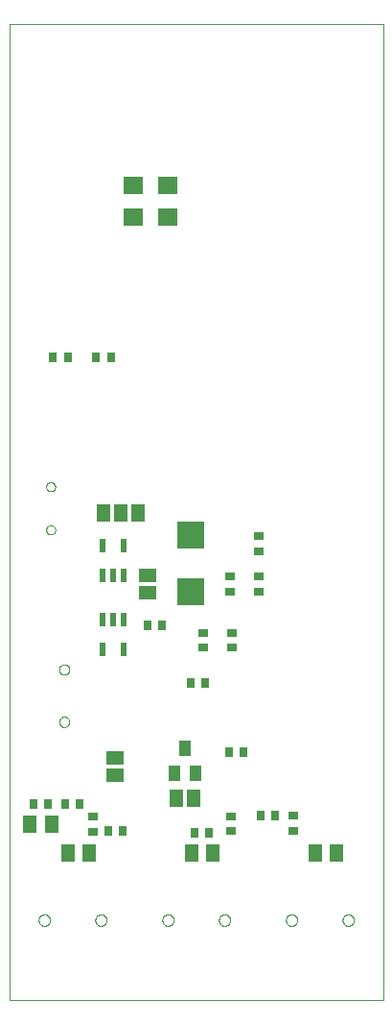
<source format=gbp>
G75*
%MOIN*%
%OFA0B0*%
%FSLAX25Y25*%
%IPPOS*%
%LPD*%
%AMOC8*
5,1,8,0,0,1.08239X$1,22.5*
%
%ADD10C,0.00000*%
%ADD11R,0.02756X0.03543*%
%ADD12R,0.03543X0.02756*%
%ADD13R,0.02165X0.04724*%
%ADD14R,0.09449X0.09449*%
%ADD15R,0.05118X0.05906*%
%ADD16R,0.06300X0.04600*%
%ADD17R,0.04600X0.06300*%
%ADD18R,0.07098X0.06299*%
%ADD19R,0.03937X0.05512*%
D10*
X0006000Y0010849D02*
X0006000Y0349431D01*
X0135921Y0349431D01*
X0135921Y0010849D01*
X0006000Y0010849D01*
X0016188Y0038408D02*
X0016190Y0038496D01*
X0016196Y0038584D01*
X0016206Y0038672D01*
X0016220Y0038760D01*
X0016237Y0038846D01*
X0016259Y0038932D01*
X0016284Y0039016D01*
X0016314Y0039100D01*
X0016346Y0039182D01*
X0016383Y0039262D01*
X0016423Y0039341D01*
X0016467Y0039418D01*
X0016514Y0039493D01*
X0016564Y0039565D01*
X0016618Y0039636D01*
X0016674Y0039703D01*
X0016734Y0039769D01*
X0016796Y0039831D01*
X0016862Y0039891D01*
X0016929Y0039947D01*
X0017000Y0040001D01*
X0017072Y0040051D01*
X0017147Y0040098D01*
X0017224Y0040142D01*
X0017303Y0040182D01*
X0017383Y0040219D01*
X0017465Y0040251D01*
X0017549Y0040281D01*
X0017633Y0040306D01*
X0017719Y0040328D01*
X0017805Y0040345D01*
X0017893Y0040359D01*
X0017981Y0040369D01*
X0018069Y0040375D01*
X0018157Y0040377D01*
X0018245Y0040375D01*
X0018333Y0040369D01*
X0018421Y0040359D01*
X0018509Y0040345D01*
X0018595Y0040328D01*
X0018681Y0040306D01*
X0018765Y0040281D01*
X0018849Y0040251D01*
X0018931Y0040219D01*
X0019011Y0040182D01*
X0019090Y0040142D01*
X0019167Y0040098D01*
X0019242Y0040051D01*
X0019314Y0040001D01*
X0019385Y0039947D01*
X0019452Y0039891D01*
X0019518Y0039831D01*
X0019580Y0039769D01*
X0019640Y0039703D01*
X0019696Y0039636D01*
X0019750Y0039565D01*
X0019800Y0039493D01*
X0019847Y0039418D01*
X0019891Y0039341D01*
X0019931Y0039262D01*
X0019968Y0039182D01*
X0020000Y0039100D01*
X0020030Y0039016D01*
X0020055Y0038932D01*
X0020077Y0038846D01*
X0020094Y0038760D01*
X0020108Y0038672D01*
X0020118Y0038584D01*
X0020124Y0038496D01*
X0020126Y0038408D01*
X0020124Y0038320D01*
X0020118Y0038232D01*
X0020108Y0038144D01*
X0020094Y0038056D01*
X0020077Y0037970D01*
X0020055Y0037884D01*
X0020030Y0037800D01*
X0020000Y0037716D01*
X0019968Y0037634D01*
X0019931Y0037554D01*
X0019891Y0037475D01*
X0019847Y0037398D01*
X0019800Y0037323D01*
X0019750Y0037251D01*
X0019696Y0037180D01*
X0019640Y0037113D01*
X0019580Y0037047D01*
X0019518Y0036985D01*
X0019452Y0036925D01*
X0019385Y0036869D01*
X0019314Y0036815D01*
X0019242Y0036765D01*
X0019167Y0036718D01*
X0019090Y0036674D01*
X0019011Y0036634D01*
X0018931Y0036597D01*
X0018849Y0036565D01*
X0018765Y0036535D01*
X0018681Y0036510D01*
X0018595Y0036488D01*
X0018509Y0036471D01*
X0018421Y0036457D01*
X0018333Y0036447D01*
X0018245Y0036441D01*
X0018157Y0036439D01*
X0018069Y0036441D01*
X0017981Y0036447D01*
X0017893Y0036457D01*
X0017805Y0036471D01*
X0017719Y0036488D01*
X0017633Y0036510D01*
X0017549Y0036535D01*
X0017465Y0036565D01*
X0017383Y0036597D01*
X0017303Y0036634D01*
X0017224Y0036674D01*
X0017147Y0036718D01*
X0017072Y0036765D01*
X0017000Y0036815D01*
X0016929Y0036869D01*
X0016862Y0036925D01*
X0016796Y0036985D01*
X0016734Y0037047D01*
X0016674Y0037113D01*
X0016618Y0037180D01*
X0016564Y0037251D01*
X0016514Y0037323D01*
X0016467Y0037398D01*
X0016423Y0037475D01*
X0016383Y0037554D01*
X0016346Y0037634D01*
X0016314Y0037716D01*
X0016284Y0037800D01*
X0016259Y0037884D01*
X0016237Y0037970D01*
X0016220Y0038056D01*
X0016206Y0038144D01*
X0016196Y0038232D01*
X0016190Y0038320D01*
X0016188Y0038408D01*
X0035874Y0038408D02*
X0035876Y0038496D01*
X0035882Y0038584D01*
X0035892Y0038672D01*
X0035906Y0038760D01*
X0035923Y0038846D01*
X0035945Y0038932D01*
X0035970Y0039016D01*
X0036000Y0039100D01*
X0036032Y0039182D01*
X0036069Y0039262D01*
X0036109Y0039341D01*
X0036153Y0039418D01*
X0036200Y0039493D01*
X0036250Y0039565D01*
X0036304Y0039636D01*
X0036360Y0039703D01*
X0036420Y0039769D01*
X0036482Y0039831D01*
X0036548Y0039891D01*
X0036615Y0039947D01*
X0036686Y0040001D01*
X0036758Y0040051D01*
X0036833Y0040098D01*
X0036910Y0040142D01*
X0036989Y0040182D01*
X0037069Y0040219D01*
X0037151Y0040251D01*
X0037235Y0040281D01*
X0037319Y0040306D01*
X0037405Y0040328D01*
X0037491Y0040345D01*
X0037579Y0040359D01*
X0037667Y0040369D01*
X0037755Y0040375D01*
X0037843Y0040377D01*
X0037931Y0040375D01*
X0038019Y0040369D01*
X0038107Y0040359D01*
X0038195Y0040345D01*
X0038281Y0040328D01*
X0038367Y0040306D01*
X0038451Y0040281D01*
X0038535Y0040251D01*
X0038617Y0040219D01*
X0038697Y0040182D01*
X0038776Y0040142D01*
X0038853Y0040098D01*
X0038928Y0040051D01*
X0039000Y0040001D01*
X0039071Y0039947D01*
X0039138Y0039891D01*
X0039204Y0039831D01*
X0039266Y0039769D01*
X0039326Y0039703D01*
X0039382Y0039636D01*
X0039436Y0039565D01*
X0039486Y0039493D01*
X0039533Y0039418D01*
X0039577Y0039341D01*
X0039617Y0039262D01*
X0039654Y0039182D01*
X0039686Y0039100D01*
X0039716Y0039016D01*
X0039741Y0038932D01*
X0039763Y0038846D01*
X0039780Y0038760D01*
X0039794Y0038672D01*
X0039804Y0038584D01*
X0039810Y0038496D01*
X0039812Y0038408D01*
X0039810Y0038320D01*
X0039804Y0038232D01*
X0039794Y0038144D01*
X0039780Y0038056D01*
X0039763Y0037970D01*
X0039741Y0037884D01*
X0039716Y0037800D01*
X0039686Y0037716D01*
X0039654Y0037634D01*
X0039617Y0037554D01*
X0039577Y0037475D01*
X0039533Y0037398D01*
X0039486Y0037323D01*
X0039436Y0037251D01*
X0039382Y0037180D01*
X0039326Y0037113D01*
X0039266Y0037047D01*
X0039204Y0036985D01*
X0039138Y0036925D01*
X0039071Y0036869D01*
X0039000Y0036815D01*
X0038928Y0036765D01*
X0038853Y0036718D01*
X0038776Y0036674D01*
X0038697Y0036634D01*
X0038617Y0036597D01*
X0038535Y0036565D01*
X0038451Y0036535D01*
X0038367Y0036510D01*
X0038281Y0036488D01*
X0038195Y0036471D01*
X0038107Y0036457D01*
X0038019Y0036447D01*
X0037931Y0036441D01*
X0037843Y0036439D01*
X0037755Y0036441D01*
X0037667Y0036447D01*
X0037579Y0036457D01*
X0037491Y0036471D01*
X0037405Y0036488D01*
X0037319Y0036510D01*
X0037235Y0036535D01*
X0037151Y0036565D01*
X0037069Y0036597D01*
X0036989Y0036634D01*
X0036910Y0036674D01*
X0036833Y0036718D01*
X0036758Y0036765D01*
X0036686Y0036815D01*
X0036615Y0036869D01*
X0036548Y0036925D01*
X0036482Y0036985D01*
X0036420Y0037047D01*
X0036360Y0037113D01*
X0036304Y0037180D01*
X0036250Y0037251D01*
X0036200Y0037323D01*
X0036153Y0037398D01*
X0036109Y0037475D01*
X0036069Y0037554D01*
X0036032Y0037634D01*
X0036000Y0037716D01*
X0035970Y0037800D01*
X0035945Y0037884D01*
X0035923Y0037970D01*
X0035906Y0038056D01*
X0035892Y0038144D01*
X0035882Y0038232D01*
X0035876Y0038320D01*
X0035874Y0038408D01*
X0059188Y0038408D02*
X0059190Y0038496D01*
X0059196Y0038584D01*
X0059206Y0038672D01*
X0059220Y0038760D01*
X0059237Y0038846D01*
X0059259Y0038932D01*
X0059284Y0039016D01*
X0059314Y0039100D01*
X0059346Y0039182D01*
X0059383Y0039262D01*
X0059423Y0039341D01*
X0059467Y0039418D01*
X0059514Y0039493D01*
X0059564Y0039565D01*
X0059618Y0039636D01*
X0059674Y0039703D01*
X0059734Y0039769D01*
X0059796Y0039831D01*
X0059862Y0039891D01*
X0059929Y0039947D01*
X0060000Y0040001D01*
X0060072Y0040051D01*
X0060147Y0040098D01*
X0060224Y0040142D01*
X0060303Y0040182D01*
X0060383Y0040219D01*
X0060465Y0040251D01*
X0060549Y0040281D01*
X0060633Y0040306D01*
X0060719Y0040328D01*
X0060805Y0040345D01*
X0060893Y0040359D01*
X0060981Y0040369D01*
X0061069Y0040375D01*
X0061157Y0040377D01*
X0061245Y0040375D01*
X0061333Y0040369D01*
X0061421Y0040359D01*
X0061509Y0040345D01*
X0061595Y0040328D01*
X0061681Y0040306D01*
X0061765Y0040281D01*
X0061849Y0040251D01*
X0061931Y0040219D01*
X0062011Y0040182D01*
X0062090Y0040142D01*
X0062167Y0040098D01*
X0062242Y0040051D01*
X0062314Y0040001D01*
X0062385Y0039947D01*
X0062452Y0039891D01*
X0062518Y0039831D01*
X0062580Y0039769D01*
X0062640Y0039703D01*
X0062696Y0039636D01*
X0062750Y0039565D01*
X0062800Y0039493D01*
X0062847Y0039418D01*
X0062891Y0039341D01*
X0062931Y0039262D01*
X0062968Y0039182D01*
X0063000Y0039100D01*
X0063030Y0039016D01*
X0063055Y0038932D01*
X0063077Y0038846D01*
X0063094Y0038760D01*
X0063108Y0038672D01*
X0063118Y0038584D01*
X0063124Y0038496D01*
X0063126Y0038408D01*
X0063124Y0038320D01*
X0063118Y0038232D01*
X0063108Y0038144D01*
X0063094Y0038056D01*
X0063077Y0037970D01*
X0063055Y0037884D01*
X0063030Y0037800D01*
X0063000Y0037716D01*
X0062968Y0037634D01*
X0062931Y0037554D01*
X0062891Y0037475D01*
X0062847Y0037398D01*
X0062800Y0037323D01*
X0062750Y0037251D01*
X0062696Y0037180D01*
X0062640Y0037113D01*
X0062580Y0037047D01*
X0062518Y0036985D01*
X0062452Y0036925D01*
X0062385Y0036869D01*
X0062314Y0036815D01*
X0062242Y0036765D01*
X0062167Y0036718D01*
X0062090Y0036674D01*
X0062011Y0036634D01*
X0061931Y0036597D01*
X0061849Y0036565D01*
X0061765Y0036535D01*
X0061681Y0036510D01*
X0061595Y0036488D01*
X0061509Y0036471D01*
X0061421Y0036457D01*
X0061333Y0036447D01*
X0061245Y0036441D01*
X0061157Y0036439D01*
X0061069Y0036441D01*
X0060981Y0036447D01*
X0060893Y0036457D01*
X0060805Y0036471D01*
X0060719Y0036488D01*
X0060633Y0036510D01*
X0060549Y0036535D01*
X0060465Y0036565D01*
X0060383Y0036597D01*
X0060303Y0036634D01*
X0060224Y0036674D01*
X0060147Y0036718D01*
X0060072Y0036765D01*
X0060000Y0036815D01*
X0059929Y0036869D01*
X0059862Y0036925D01*
X0059796Y0036985D01*
X0059734Y0037047D01*
X0059674Y0037113D01*
X0059618Y0037180D01*
X0059564Y0037251D01*
X0059514Y0037323D01*
X0059467Y0037398D01*
X0059423Y0037475D01*
X0059383Y0037554D01*
X0059346Y0037634D01*
X0059314Y0037716D01*
X0059284Y0037800D01*
X0059259Y0037884D01*
X0059237Y0037970D01*
X0059220Y0038056D01*
X0059206Y0038144D01*
X0059196Y0038232D01*
X0059190Y0038320D01*
X0059188Y0038408D01*
X0078874Y0038408D02*
X0078876Y0038496D01*
X0078882Y0038584D01*
X0078892Y0038672D01*
X0078906Y0038760D01*
X0078923Y0038846D01*
X0078945Y0038932D01*
X0078970Y0039016D01*
X0079000Y0039100D01*
X0079032Y0039182D01*
X0079069Y0039262D01*
X0079109Y0039341D01*
X0079153Y0039418D01*
X0079200Y0039493D01*
X0079250Y0039565D01*
X0079304Y0039636D01*
X0079360Y0039703D01*
X0079420Y0039769D01*
X0079482Y0039831D01*
X0079548Y0039891D01*
X0079615Y0039947D01*
X0079686Y0040001D01*
X0079758Y0040051D01*
X0079833Y0040098D01*
X0079910Y0040142D01*
X0079989Y0040182D01*
X0080069Y0040219D01*
X0080151Y0040251D01*
X0080235Y0040281D01*
X0080319Y0040306D01*
X0080405Y0040328D01*
X0080491Y0040345D01*
X0080579Y0040359D01*
X0080667Y0040369D01*
X0080755Y0040375D01*
X0080843Y0040377D01*
X0080931Y0040375D01*
X0081019Y0040369D01*
X0081107Y0040359D01*
X0081195Y0040345D01*
X0081281Y0040328D01*
X0081367Y0040306D01*
X0081451Y0040281D01*
X0081535Y0040251D01*
X0081617Y0040219D01*
X0081697Y0040182D01*
X0081776Y0040142D01*
X0081853Y0040098D01*
X0081928Y0040051D01*
X0082000Y0040001D01*
X0082071Y0039947D01*
X0082138Y0039891D01*
X0082204Y0039831D01*
X0082266Y0039769D01*
X0082326Y0039703D01*
X0082382Y0039636D01*
X0082436Y0039565D01*
X0082486Y0039493D01*
X0082533Y0039418D01*
X0082577Y0039341D01*
X0082617Y0039262D01*
X0082654Y0039182D01*
X0082686Y0039100D01*
X0082716Y0039016D01*
X0082741Y0038932D01*
X0082763Y0038846D01*
X0082780Y0038760D01*
X0082794Y0038672D01*
X0082804Y0038584D01*
X0082810Y0038496D01*
X0082812Y0038408D01*
X0082810Y0038320D01*
X0082804Y0038232D01*
X0082794Y0038144D01*
X0082780Y0038056D01*
X0082763Y0037970D01*
X0082741Y0037884D01*
X0082716Y0037800D01*
X0082686Y0037716D01*
X0082654Y0037634D01*
X0082617Y0037554D01*
X0082577Y0037475D01*
X0082533Y0037398D01*
X0082486Y0037323D01*
X0082436Y0037251D01*
X0082382Y0037180D01*
X0082326Y0037113D01*
X0082266Y0037047D01*
X0082204Y0036985D01*
X0082138Y0036925D01*
X0082071Y0036869D01*
X0082000Y0036815D01*
X0081928Y0036765D01*
X0081853Y0036718D01*
X0081776Y0036674D01*
X0081697Y0036634D01*
X0081617Y0036597D01*
X0081535Y0036565D01*
X0081451Y0036535D01*
X0081367Y0036510D01*
X0081281Y0036488D01*
X0081195Y0036471D01*
X0081107Y0036457D01*
X0081019Y0036447D01*
X0080931Y0036441D01*
X0080843Y0036439D01*
X0080755Y0036441D01*
X0080667Y0036447D01*
X0080579Y0036457D01*
X0080491Y0036471D01*
X0080405Y0036488D01*
X0080319Y0036510D01*
X0080235Y0036535D01*
X0080151Y0036565D01*
X0080069Y0036597D01*
X0079989Y0036634D01*
X0079910Y0036674D01*
X0079833Y0036718D01*
X0079758Y0036765D01*
X0079686Y0036815D01*
X0079615Y0036869D01*
X0079548Y0036925D01*
X0079482Y0036985D01*
X0079420Y0037047D01*
X0079360Y0037113D01*
X0079304Y0037180D01*
X0079250Y0037251D01*
X0079200Y0037323D01*
X0079153Y0037398D01*
X0079109Y0037475D01*
X0079069Y0037554D01*
X0079032Y0037634D01*
X0079000Y0037716D01*
X0078970Y0037800D01*
X0078945Y0037884D01*
X0078923Y0037970D01*
X0078906Y0038056D01*
X0078892Y0038144D01*
X0078882Y0038232D01*
X0078876Y0038320D01*
X0078874Y0038408D01*
X0102188Y0038408D02*
X0102190Y0038496D01*
X0102196Y0038584D01*
X0102206Y0038672D01*
X0102220Y0038760D01*
X0102237Y0038846D01*
X0102259Y0038932D01*
X0102284Y0039016D01*
X0102314Y0039100D01*
X0102346Y0039182D01*
X0102383Y0039262D01*
X0102423Y0039341D01*
X0102467Y0039418D01*
X0102514Y0039493D01*
X0102564Y0039565D01*
X0102618Y0039636D01*
X0102674Y0039703D01*
X0102734Y0039769D01*
X0102796Y0039831D01*
X0102862Y0039891D01*
X0102929Y0039947D01*
X0103000Y0040001D01*
X0103072Y0040051D01*
X0103147Y0040098D01*
X0103224Y0040142D01*
X0103303Y0040182D01*
X0103383Y0040219D01*
X0103465Y0040251D01*
X0103549Y0040281D01*
X0103633Y0040306D01*
X0103719Y0040328D01*
X0103805Y0040345D01*
X0103893Y0040359D01*
X0103981Y0040369D01*
X0104069Y0040375D01*
X0104157Y0040377D01*
X0104245Y0040375D01*
X0104333Y0040369D01*
X0104421Y0040359D01*
X0104509Y0040345D01*
X0104595Y0040328D01*
X0104681Y0040306D01*
X0104765Y0040281D01*
X0104849Y0040251D01*
X0104931Y0040219D01*
X0105011Y0040182D01*
X0105090Y0040142D01*
X0105167Y0040098D01*
X0105242Y0040051D01*
X0105314Y0040001D01*
X0105385Y0039947D01*
X0105452Y0039891D01*
X0105518Y0039831D01*
X0105580Y0039769D01*
X0105640Y0039703D01*
X0105696Y0039636D01*
X0105750Y0039565D01*
X0105800Y0039493D01*
X0105847Y0039418D01*
X0105891Y0039341D01*
X0105931Y0039262D01*
X0105968Y0039182D01*
X0106000Y0039100D01*
X0106030Y0039016D01*
X0106055Y0038932D01*
X0106077Y0038846D01*
X0106094Y0038760D01*
X0106108Y0038672D01*
X0106118Y0038584D01*
X0106124Y0038496D01*
X0106126Y0038408D01*
X0106124Y0038320D01*
X0106118Y0038232D01*
X0106108Y0038144D01*
X0106094Y0038056D01*
X0106077Y0037970D01*
X0106055Y0037884D01*
X0106030Y0037800D01*
X0106000Y0037716D01*
X0105968Y0037634D01*
X0105931Y0037554D01*
X0105891Y0037475D01*
X0105847Y0037398D01*
X0105800Y0037323D01*
X0105750Y0037251D01*
X0105696Y0037180D01*
X0105640Y0037113D01*
X0105580Y0037047D01*
X0105518Y0036985D01*
X0105452Y0036925D01*
X0105385Y0036869D01*
X0105314Y0036815D01*
X0105242Y0036765D01*
X0105167Y0036718D01*
X0105090Y0036674D01*
X0105011Y0036634D01*
X0104931Y0036597D01*
X0104849Y0036565D01*
X0104765Y0036535D01*
X0104681Y0036510D01*
X0104595Y0036488D01*
X0104509Y0036471D01*
X0104421Y0036457D01*
X0104333Y0036447D01*
X0104245Y0036441D01*
X0104157Y0036439D01*
X0104069Y0036441D01*
X0103981Y0036447D01*
X0103893Y0036457D01*
X0103805Y0036471D01*
X0103719Y0036488D01*
X0103633Y0036510D01*
X0103549Y0036535D01*
X0103465Y0036565D01*
X0103383Y0036597D01*
X0103303Y0036634D01*
X0103224Y0036674D01*
X0103147Y0036718D01*
X0103072Y0036765D01*
X0103000Y0036815D01*
X0102929Y0036869D01*
X0102862Y0036925D01*
X0102796Y0036985D01*
X0102734Y0037047D01*
X0102674Y0037113D01*
X0102618Y0037180D01*
X0102564Y0037251D01*
X0102514Y0037323D01*
X0102467Y0037398D01*
X0102423Y0037475D01*
X0102383Y0037554D01*
X0102346Y0037634D01*
X0102314Y0037716D01*
X0102284Y0037800D01*
X0102259Y0037884D01*
X0102237Y0037970D01*
X0102220Y0038056D01*
X0102206Y0038144D01*
X0102196Y0038232D01*
X0102190Y0038320D01*
X0102188Y0038408D01*
X0121874Y0038408D02*
X0121876Y0038496D01*
X0121882Y0038584D01*
X0121892Y0038672D01*
X0121906Y0038760D01*
X0121923Y0038846D01*
X0121945Y0038932D01*
X0121970Y0039016D01*
X0122000Y0039100D01*
X0122032Y0039182D01*
X0122069Y0039262D01*
X0122109Y0039341D01*
X0122153Y0039418D01*
X0122200Y0039493D01*
X0122250Y0039565D01*
X0122304Y0039636D01*
X0122360Y0039703D01*
X0122420Y0039769D01*
X0122482Y0039831D01*
X0122548Y0039891D01*
X0122615Y0039947D01*
X0122686Y0040001D01*
X0122758Y0040051D01*
X0122833Y0040098D01*
X0122910Y0040142D01*
X0122989Y0040182D01*
X0123069Y0040219D01*
X0123151Y0040251D01*
X0123235Y0040281D01*
X0123319Y0040306D01*
X0123405Y0040328D01*
X0123491Y0040345D01*
X0123579Y0040359D01*
X0123667Y0040369D01*
X0123755Y0040375D01*
X0123843Y0040377D01*
X0123931Y0040375D01*
X0124019Y0040369D01*
X0124107Y0040359D01*
X0124195Y0040345D01*
X0124281Y0040328D01*
X0124367Y0040306D01*
X0124451Y0040281D01*
X0124535Y0040251D01*
X0124617Y0040219D01*
X0124697Y0040182D01*
X0124776Y0040142D01*
X0124853Y0040098D01*
X0124928Y0040051D01*
X0125000Y0040001D01*
X0125071Y0039947D01*
X0125138Y0039891D01*
X0125204Y0039831D01*
X0125266Y0039769D01*
X0125326Y0039703D01*
X0125382Y0039636D01*
X0125436Y0039565D01*
X0125486Y0039493D01*
X0125533Y0039418D01*
X0125577Y0039341D01*
X0125617Y0039262D01*
X0125654Y0039182D01*
X0125686Y0039100D01*
X0125716Y0039016D01*
X0125741Y0038932D01*
X0125763Y0038846D01*
X0125780Y0038760D01*
X0125794Y0038672D01*
X0125804Y0038584D01*
X0125810Y0038496D01*
X0125812Y0038408D01*
X0125810Y0038320D01*
X0125804Y0038232D01*
X0125794Y0038144D01*
X0125780Y0038056D01*
X0125763Y0037970D01*
X0125741Y0037884D01*
X0125716Y0037800D01*
X0125686Y0037716D01*
X0125654Y0037634D01*
X0125617Y0037554D01*
X0125577Y0037475D01*
X0125533Y0037398D01*
X0125486Y0037323D01*
X0125436Y0037251D01*
X0125382Y0037180D01*
X0125326Y0037113D01*
X0125266Y0037047D01*
X0125204Y0036985D01*
X0125138Y0036925D01*
X0125071Y0036869D01*
X0125000Y0036815D01*
X0124928Y0036765D01*
X0124853Y0036718D01*
X0124776Y0036674D01*
X0124697Y0036634D01*
X0124617Y0036597D01*
X0124535Y0036565D01*
X0124451Y0036535D01*
X0124367Y0036510D01*
X0124281Y0036488D01*
X0124195Y0036471D01*
X0124107Y0036457D01*
X0124019Y0036447D01*
X0123931Y0036441D01*
X0123843Y0036439D01*
X0123755Y0036441D01*
X0123667Y0036447D01*
X0123579Y0036457D01*
X0123491Y0036471D01*
X0123405Y0036488D01*
X0123319Y0036510D01*
X0123235Y0036535D01*
X0123151Y0036565D01*
X0123069Y0036597D01*
X0122989Y0036634D01*
X0122910Y0036674D01*
X0122833Y0036718D01*
X0122758Y0036765D01*
X0122686Y0036815D01*
X0122615Y0036869D01*
X0122548Y0036925D01*
X0122482Y0036985D01*
X0122420Y0037047D01*
X0122360Y0037113D01*
X0122304Y0037180D01*
X0122250Y0037251D01*
X0122200Y0037323D01*
X0122153Y0037398D01*
X0122109Y0037475D01*
X0122069Y0037554D01*
X0122032Y0037634D01*
X0122000Y0037716D01*
X0121970Y0037800D01*
X0121945Y0037884D01*
X0121923Y0037970D01*
X0121906Y0038056D01*
X0121892Y0038144D01*
X0121882Y0038232D01*
X0121876Y0038320D01*
X0121874Y0038408D01*
X0023322Y0107235D02*
X0023324Y0107319D01*
X0023330Y0107402D01*
X0023340Y0107485D01*
X0023354Y0107568D01*
X0023371Y0107650D01*
X0023393Y0107731D01*
X0023418Y0107810D01*
X0023447Y0107889D01*
X0023480Y0107966D01*
X0023516Y0108041D01*
X0023556Y0108115D01*
X0023599Y0108187D01*
X0023646Y0108256D01*
X0023696Y0108323D01*
X0023749Y0108388D01*
X0023805Y0108450D01*
X0023863Y0108510D01*
X0023925Y0108567D01*
X0023989Y0108620D01*
X0024056Y0108671D01*
X0024125Y0108718D01*
X0024196Y0108763D01*
X0024269Y0108803D01*
X0024344Y0108840D01*
X0024421Y0108874D01*
X0024499Y0108904D01*
X0024578Y0108930D01*
X0024659Y0108953D01*
X0024741Y0108971D01*
X0024823Y0108986D01*
X0024906Y0108997D01*
X0024989Y0109004D01*
X0025073Y0109007D01*
X0025157Y0109006D01*
X0025240Y0109001D01*
X0025324Y0108992D01*
X0025406Y0108979D01*
X0025488Y0108963D01*
X0025569Y0108942D01*
X0025650Y0108918D01*
X0025728Y0108890D01*
X0025806Y0108858D01*
X0025882Y0108822D01*
X0025956Y0108783D01*
X0026028Y0108741D01*
X0026098Y0108695D01*
X0026166Y0108646D01*
X0026231Y0108594D01*
X0026294Y0108539D01*
X0026354Y0108481D01*
X0026412Y0108420D01*
X0026466Y0108356D01*
X0026518Y0108290D01*
X0026566Y0108222D01*
X0026611Y0108151D01*
X0026652Y0108078D01*
X0026691Y0108004D01*
X0026725Y0107928D01*
X0026756Y0107850D01*
X0026783Y0107771D01*
X0026807Y0107690D01*
X0026826Y0107609D01*
X0026842Y0107527D01*
X0026854Y0107444D01*
X0026862Y0107360D01*
X0026866Y0107277D01*
X0026866Y0107193D01*
X0026862Y0107110D01*
X0026854Y0107026D01*
X0026842Y0106943D01*
X0026826Y0106861D01*
X0026807Y0106780D01*
X0026783Y0106699D01*
X0026756Y0106620D01*
X0026725Y0106542D01*
X0026691Y0106466D01*
X0026652Y0106392D01*
X0026611Y0106319D01*
X0026566Y0106248D01*
X0026518Y0106180D01*
X0026466Y0106114D01*
X0026412Y0106050D01*
X0026354Y0105989D01*
X0026294Y0105931D01*
X0026231Y0105876D01*
X0026166Y0105824D01*
X0026098Y0105775D01*
X0026028Y0105729D01*
X0025956Y0105687D01*
X0025882Y0105648D01*
X0025806Y0105612D01*
X0025728Y0105580D01*
X0025650Y0105552D01*
X0025569Y0105528D01*
X0025488Y0105507D01*
X0025406Y0105491D01*
X0025324Y0105478D01*
X0025240Y0105469D01*
X0025157Y0105464D01*
X0025073Y0105463D01*
X0024989Y0105466D01*
X0024906Y0105473D01*
X0024823Y0105484D01*
X0024741Y0105499D01*
X0024659Y0105517D01*
X0024578Y0105540D01*
X0024499Y0105566D01*
X0024421Y0105596D01*
X0024344Y0105630D01*
X0024269Y0105667D01*
X0024196Y0105707D01*
X0024125Y0105752D01*
X0024056Y0105799D01*
X0023989Y0105850D01*
X0023925Y0105903D01*
X0023863Y0105960D01*
X0023805Y0106020D01*
X0023749Y0106082D01*
X0023696Y0106147D01*
X0023646Y0106214D01*
X0023599Y0106283D01*
X0023556Y0106355D01*
X0023516Y0106429D01*
X0023480Y0106504D01*
X0023447Y0106581D01*
X0023418Y0106660D01*
X0023393Y0106739D01*
X0023371Y0106820D01*
X0023354Y0106902D01*
X0023340Y0106985D01*
X0023330Y0107068D01*
X0023324Y0107151D01*
X0023322Y0107235D01*
X0023322Y0125345D02*
X0023324Y0125429D01*
X0023330Y0125512D01*
X0023340Y0125595D01*
X0023354Y0125678D01*
X0023371Y0125760D01*
X0023393Y0125841D01*
X0023418Y0125920D01*
X0023447Y0125999D01*
X0023480Y0126076D01*
X0023516Y0126151D01*
X0023556Y0126225D01*
X0023599Y0126297D01*
X0023646Y0126366D01*
X0023696Y0126433D01*
X0023749Y0126498D01*
X0023805Y0126560D01*
X0023863Y0126620D01*
X0023925Y0126677D01*
X0023989Y0126730D01*
X0024056Y0126781D01*
X0024125Y0126828D01*
X0024196Y0126873D01*
X0024269Y0126913D01*
X0024344Y0126950D01*
X0024421Y0126984D01*
X0024499Y0127014D01*
X0024578Y0127040D01*
X0024659Y0127063D01*
X0024741Y0127081D01*
X0024823Y0127096D01*
X0024906Y0127107D01*
X0024989Y0127114D01*
X0025073Y0127117D01*
X0025157Y0127116D01*
X0025240Y0127111D01*
X0025324Y0127102D01*
X0025406Y0127089D01*
X0025488Y0127073D01*
X0025569Y0127052D01*
X0025650Y0127028D01*
X0025728Y0127000D01*
X0025806Y0126968D01*
X0025882Y0126932D01*
X0025956Y0126893D01*
X0026028Y0126851D01*
X0026098Y0126805D01*
X0026166Y0126756D01*
X0026231Y0126704D01*
X0026294Y0126649D01*
X0026354Y0126591D01*
X0026412Y0126530D01*
X0026466Y0126466D01*
X0026518Y0126400D01*
X0026566Y0126332D01*
X0026611Y0126261D01*
X0026652Y0126188D01*
X0026691Y0126114D01*
X0026725Y0126038D01*
X0026756Y0125960D01*
X0026783Y0125881D01*
X0026807Y0125800D01*
X0026826Y0125719D01*
X0026842Y0125637D01*
X0026854Y0125554D01*
X0026862Y0125470D01*
X0026866Y0125387D01*
X0026866Y0125303D01*
X0026862Y0125220D01*
X0026854Y0125136D01*
X0026842Y0125053D01*
X0026826Y0124971D01*
X0026807Y0124890D01*
X0026783Y0124809D01*
X0026756Y0124730D01*
X0026725Y0124652D01*
X0026691Y0124576D01*
X0026652Y0124502D01*
X0026611Y0124429D01*
X0026566Y0124358D01*
X0026518Y0124290D01*
X0026466Y0124224D01*
X0026412Y0124160D01*
X0026354Y0124099D01*
X0026294Y0124041D01*
X0026231Y0123986D01*
X0026166Y0123934D01*
X0026098Y0123885D01*
X0026028Y0123839D01*
X0025956Y0123797D01*
X0025882Y0123758D01*
X0025806Y0123722D01*
X0025728Y0123690D01*
X0025650Y0123662D01*
X0025569Y0123638D01*
X0025488Y0123617D01*
X0025406Y0123601D01*
X0025324Y0123588D01*
X0025240Y0123579D01*
X0025157Y0123574D01*
X0025073Y0123573D01*
X0024989Y0123576D01*
X0024906Y0123583D01*
X0024823Y0123594D01*
X0024741Y0123609D01*
X0024659Y0123627D01*
X0024578Y0123650D01*
X0024499Y0123676D01*
X0024421Y0123706D01*
X0024344Y0123740D01*
X0024269Y0123777D01*
X0024196Y0123817D01*
X0024125Y0123862D01*
X0024056Y0123909D01*
X0023989Y0123960D01*
X0023925Y0124013D01*
X0023863Y0124070D01*
X0023805Y0124130D01*
X0023749Y0124192D01*
X0023696Y0124257D01*
X0023646Y0124324D01*
X0023599Y0124393D01*
X0023556Y0124465D01*
X0023516Y0124539D01*
X0023480Y0124614D01*
X0023447Y0124691D01*
X0023418Y0124770D01*
X0023393Y0124849D01*
X0023371Y0124930D01*
X0023354Y0125012D01*
X0023340Y0125095D01*
X0023330Y0125178D01*
X0023324Y0125261D01*
X0023322Y0125345D01*
X0018798Y0173869D02*
X0018800Y0173948D01*
X0018806Y0174027D01*
X0018816Y0174106D01*
X0018830Y0174184D01*
X0018847Y0174261D01*
X0018869Y0174337D01*
X0018894Y0174412D01*
X0018924Y0174485D01*
X0018956Y0174557D01*
X0018993Y0174628D01*
X0019033Y0174696D01*
X0019076Y0174762D01*
X0019122Y0174826D01*
X0019172Y0174888D01*
X0019225Y0174947D01*
X0019280Y0175003D01*
X0019339Y0175057D01*
X0019400Y0175107D01*
X0019463Y0175155D01*
X0019529Y0175199D01*
X0019597Y0175240D01*
X0019667Y0175277D01*
X0019738Y0175311D01*
X0019812Y0175341D01*
X0019886Y0175367D01*
X0019962Y0175389D01*
X0020039Y0175408D01*
X0020117Y0175423D01*
X0020195Y0175434D01*
X0020274Y0175441D01*
X0020353Y0175444D01*
X0020432Y0175443D01*
X0020511Y0175438D01*
X0020590Y0175429D01*
X0020668Y0175416D01*
X0020745Y0175399D01*
X0020822Y0175379D01*
X0020897Y0175354D01*
X0020971Y0175326D01*
X0021044Y0175294D01*
X0021114Y0175259D01*
X0021183Y0175220D01*
X0021250Y0175177D01*
X0021315Y0175131D01*
X0021377Y0175083D01*
X0021437Y0175031D01*
X0021494Y0174976D01*
X0021548Y0174918D01*
X0021599Y0174858D01*
X0021647Y0174795D01*
X0021692Y0174730D01*
X0021734Y0174662D01*
X0021772Y0174593D01*
X0021806Y0174522D01*
X0021837Y0174449D01*
X0021865Y0174374D01*
X0021888Y0174299D01*
X0021908Y0174222D01*
X0021924Y0174145D01*
X0021936Y0174066D01*
X0021944Y0173988D01*
X0021948Y0173909D01*
X0021948Y0173829D01*
X0021944Y0173750D01*
X0021936Y0173672D01*
X0021924Y0173593D01*
X0021908Y0173516D01*
X0021888Y0173439D01*
X0021865Y0173364D01*
X0021837Y0173289D01*
X0021806Y0173216D01*
X0021772Y0173145D01*
X0021734Y0173076D01*
X0021692Y0173008D01*
X0021647Y0172943D01*
X0021599Y0172880D01*
X0021548Y0172820D01*
X0021494Y0172762D01*
X0021437Y0172707D01*
X0021377Y0172655D01*
X0021315Y0172607D01*
X0021250Y0172561D01*
X0021183Y0172518D01*
X0021114Y0172479D01*
X0021044Y0172444D01*
X0020971Y0172412D01*
X0020897Y0172384D01*
X0020822Y0172359D01*
X0020745Y0172339D01*
X0020668Y0172322D01*
X0020590Y0172309D01*
X0020511Y0172300D01*
X0020432Y0172295D01*
X0020353Y0172294D01*
X0020274Y0172297D01*
X0020195Y0172304D01*
X0020117Y0172315D01*
X0020039Y0172330D01*
X0019962Y0172349D01*
X0019886Y0172371D01*
X0019812Y0172397D01*
X0019738Y0172427D01*
X0019667Y0172461D01*
X0019597Y0172498D01*
X0019529Y0172539D01*
X0019463Y0172583D01*
X0019400Y0172631D01*
X0019339Y0172681D01*
X0019280Y0172735D01*
X0019225Y0172791D01*
X0019172Y0172850D01*
X0019122Y0172912D01*
X0019076Y0172976D01*
X0019033Y0173042D01*
X0018993Y0173110D01*
X0018956Y0173181D01*
X0018924Y0173253D01*
X0018894Y0173326D01*
X0018869Y0173401D01*
X0018847Y0173477D01*
X0018830Y0173554D01*
X0018816Y0173632D01*
X0018806Y0173711D01*
X0018800Y0173790D01*
X0018798Y0173869D01*
X0018798Y0188829D02*
X0018800Y0188908D01*
X0018806Y0188987D01*
X0018816Y0189066D01*
X0018830Y0189144D01*
X0018847Y0189221D01*
X0018869Y0189297D01*
X0018894Y0189372D01*
X0018924Y0189445D01*
X0018956Y0189517D01*
X0018993Y0189588D01*
X0019033Y0189656D01*
X0019076Y0189722D01*
X0019122Y0189786D01*
X0019172Y0189848D01*
X0019225Y0189907D01*
X0019280Y0189963D01*
X0019339Y0190017D01*
X0019400Y0190067D01*
X0019463Y0190115D01*
X0019529Y0190159D01*
X0019597Y0190200D01*
X0019667Y0190237D01*
X0019738Y0190271D01*
X0019812Y0190301D01*
X0019886Y0190327D01*
X0019962Y0190349D01*
X0020039Y0190368D01*
X0020117Y0190383D01*
X0020195Y0190394D01*
X0020274Y0190401D01*
X0020353Y0190404D01*
X0020432Y0190403D01*
X0020511Y0190398D01*
X0020590Y0190389D01*
X0020668Y0190376D01*
X0020745Y0190359D01*
X0020822Y0190339D01*
X0020897Y0190314D01*
X0020971Y0190286D01*
X0021044Y0190254D01*
X0021114Y0190219D01*
X0021183Y0190180D01*
X0021250Y0190137D01*
X0021315Y0190091D01*
X0021377Y0190043D01*
X0021437Y0189991D01*
X0021494Y0189936D01*
X0021548Y0189878D01*
X0021599Y0189818D01*
X0021647Y0189755D01*
X0021692Y0189690D01*
X0021734Y0189622D01*
X0021772Y0189553D01*
X0021806Y0189482D01*
X0021837Y0189409D01*
X0021865Y0189334D01*
X0021888Y0189259D01*
X0021908Y0189182D01*
X0021924Y0189105D01*
X0021936Y0189026D01*
X0021944Y0188948D01*
X0021948Y0188869D01*
X0021948Y0188789D01*
X0021944Y0188710D01*
X0021936Y0188632D01*
X0021924Y0188553D01*
X0021908Y0188476D01*
X0021888Y0188399D01*
X0021865Y0188324D01*
X0021837Y0188249D01*
X0021806Y0188176D01*
X0021772Y0188105D01*
X0021734Y0188036D01*
X0021692Y0187968D01*
X0021647Y0187903D01*
X0021599Y0187840D01*
X0021548Y0187780D01*
X0021494Y0187722D01*
X0021437Y0187667D01*
X0021377Y0187615D01*
X0021315Y0187567D01*
X0021250Y0187521D01*
X0021183Y0187478D01*
X0021114Y0187439D01*
X0021044Y0187404D01*
X0020971Y0187372D01*
X0020897Y0187344D01*
X0020822Y0187319D01*
X0020745Y0187299D01*
X0020668Y0187282D01*
X0020590Y0187269D01*
X0020511Y0187260D01*
X0020432Y0187255D01*
X0020353Y0187254D01*
X0020274Y0187257D01*
X0020195Y0187264D01*
X0020117Y0187275D01*
X0020039Y0187290D01*
X0019962Y0187309D01*
X0019886Y0187331D01*
X0019812Y0187357D01*
X0019738Y0187387D01*
X0019667Y0187421D01*
X0019597Y0187458D01*
X0019529Y0187499D01*
X0019463Y0187543D01*
X0019400Y0187591D01*
X0019339Y0187641D01*
X0019280Y0187695D01*
X0019225Y0187751D01*
X0019172Y0187810D01*
X0019122Y0187872D01*
X0019076Y0187936D01*
X0019033Y0188002D01*
X0018993Y0188070D01*
X0018956Y0188141D01*
X0018924Y0188213D01*
X0018894Y0188286D01*
X0018869Y0188361D01*
X0018847Y0188437D01*
X0018830Y0188514D01*
X0018816Y0188592D01*
X0018806Y0188671D01*
X0018800Y0188750D01*
X0018798Y0188829D01*
D11*
X0021241Y0233549D03*
X0026359Y0233549D03*
X0036241Y0233549D03*
X0041359Y0233549D03*
X0054041Y0140832D03*
X0059159Y0140832D03*
X0068993Y0120712D03*
X0074111Y0120712D03*
X0082378Y0096849D03*
X0087496Y0096849D03*
X0093341Y0074549D03*
X0098459Y0074549D03*
X0075559Y0068849D03*
X0070441Y0068849D03*
X0045459Y0069249D03*
X0040341Y0069249D03*
X0030559Y0078849D03*
X0025441Y0078849D03*
X0019528Y0078849D03*
X0014409Y0078849D03*
D12*
X0035100Y0074308D03*
X0035100Y0069190D03*
X0073313Y0133077D03*
X0073313Y0138195D03*
X0083483Y0138208D03*
X0083483Y0133090D03*
X0082772Y0152444D03*
X0082772Y0157562D03*
X0092646Y0157562D03*
X0092646Y0152444D03*
X0092898Y0166444D03*
X0092898Y0171562D03*
X0083000Y0074408D03*
X0083000Y0069290D03*
X0104600Y0069490D03*
X0104600Y0074608D03*
D13*
X0045809Y0132375D03*
X0038328Y0132375D03*
X0038328Y0142611D03*
X0042069Y0142611D03*
X0045809Y0142611D03*
X0045772Y0158131D03*
X0042031Y0158131D03*
X0038291Y0158131D03*
X0038291Y0168367D03*
X0045772Y0168367D03*
D14*
X0069215Y0171971D03*
X0069215Y0152286D03*
D15*
X0020709Y0071849D03*
X0026260Y0061849D03*
X0033740Y0061849D03*
X0013228Y0071849D03*
X0069260Y0061849D03*
X0076740Y0061849D03*
X0112260Y0061849D03*
X0119740Y0061849D03*
D16*
X0054031Y0151949D03*
X0054031Y0157949D03*
X0042800Y0094849D03*
X0042800Y0088849D03*
D17*
X0064000Y0080849D03*
X0070000Y0080849D03*
X0050731Y0179849D03*
X0044731Y0179849D03*
X0038731Y0179849D03*
D18*
X0048932Y0282328D03*
X0048932Y0293525D03*
X0060919Y0293537D03*
X0060919Y0282340D03*
D19*
X0067000Y0098180D03*
X0063260Y0089518D03*
X0070740Y0089518D03*
M02*

</source>
